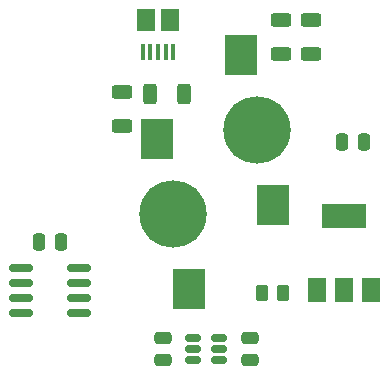
<source format=gtp>
%TF.GenerationSoftware,KiCad,Pcbnew,(6.0.2)*%
%TF.CreationDate,2022-12-08T21:29:48-08:00*%
%TF.ProjectId,touch_sensor_light,746f7563-685f-4736-956e-736f725f6c69,rev?*%
%TF.SameCoordinates,Original*%
%TF.FileFunction,Paste,Top*%
%TF.FilePolarity,Positive*%
%FSLAX46Y46*%
G04 Gerber Fmt 4.6, Leading zero omitted, Abs format (unit mm)*
G04 Created by KiCad (PCBNEW (6.0.2)) date 2022-12-08 21:29:48*
%MOMM*%
%LPD*%
G01*
G04 APERTURE LIST*
G04 Aperture macros list*
%AMRoundRect*
0 Rectangle with rounded corners*
0 $1 Rounding radius*
0 $2 $3 $4 $5 $6 $7 $8 $9 X,Y pos of 4 corners*
0 Add a 4 corners polygon primitive as box body*
4,1,4,$2,$3,$4,$5,$6,$7,$8,$9,$2,$3,0*
0 Add four circle primitives for the rounded corners*
1,1,$1+$1,$2,$3*
1,1,$1+$1,$4,$5*
1,1,$1+$1,$6,$7*
1,1,$1+$1,$8,$9*
0 Add four rect primitives between the rounded corners*
20,1,$1+$1,$2,$3,$4,$5,0*
20,1,$1+$1,$4,$5,$6,$7,0*
20,1,$1+$1,$6,$7,$8,$9,0*
20,1,$1+$1,$8,$9,$2,$3,0*%
G04 Aperture macros list end*
%ADD10RoundRect,0.250000X0.250000X0.475000X-0.250000X0.475000X-0.250000X-0.475000X0.250000X-0.475000X0*%
%ADD11R,1.500000X2.000000*%
%ADD12R,3.800000X2.000000*%
%ADD13RoundRect,0.250000X-0.625000X0.312500X-0.625000X-0.312500X0.625000X-0.312500X0.625000X0.312500X0*%
%ADD14RoundRect,0.250000X0.312500X0.625000X-0.312500X0.625000X-0.312500X-0.625000X0.312500X-0.625000X0*%
%ADD15RoundRect,0.150000X-0.825000X-0.150000X0.825000X-0.150000X0.825000X0.150000X-0.825000X0.150000X0*%
%ADD16R,0.400000X1.350000*%
%ADD17R,1.500000X1.900000*%
%ADD18R,2.700000X3.500000*%
%ADD19C,5.700000*%
%ADD20RoundRect,0.250000X-0.250000X-0.475000X0.250000X-0.475000X0.250000X0.475000X-0.250000X0.475000X0*%
%ADD21RoundRect,0.250000X-0.475000X0.250000X-0.475000X-0.250000X0.475000X-0.250000X0.475000X0.250000X0*%
%ADD22RoundRect,0.150000X-0.512500X-0.150000X0.512500X-0.150000X0.512500X0.150000X-0.512500X0.150000X0*%
%ADD23RoundRect,0.250000X-0.262500X-0.450000X0.262500X-0.450000X0.262500X0.450000X-0.262500X0.450000X0*%
%ADD24RoundRect,0.250000X0.475000X-0.250000X0.475000X0.250000X-0.475000X0.250000X-0.475000X-0.250000X0*%
G04 APERTURE END LIST*
D10*
%TO.C,C4*%
X136078000Y-59182000D03*
X134178000Y-59182000D03*
%TD*%
D11*
%TO.C,Q1*%
X132066000Y-71730000D03*
X134366000Y-71730000D03*
D12*
X134366000Y-65430000D03*
D11*
X136666000Y-71730000D03*
%TD*%
D13*
%TO.C,R1*%
X131572000Y-48829500D03*
X131572000Y-51754500D03*
%TD*%
D14*
%TO.C,R4*%
X120842500Y-55118000D03*
X117917500Y-55118000D03*
%TD*%
D15*
%TO.C,U1*%
X106999000Y-69850000D03*
X106999000Y-71120000D03*
X106999000Y-72390000D03*
X106999000Y-73660000D03*
X111949000Y-73660000D03*
X111949000Y-72390000D03*
X111949000Y-71120000D03*
X111949000Y-69850000D03*
%TD*%
D16*
%TO.C,J5*%
X119918000Y-51582500D03*
X119268000Y-51582500D03*
X118618000Y-51582500D03*
X117968000Y-51582500D03*
X117318000Y-51582500D03*
D17*
X119618000Y-48882500D03*
X117618000Y-48882500D03*
%TD*%
D18*
%TO.C,D1*%
X121238000Y-71628000D03*
X118538000Y-58928000D03*
D19*
X119888000Y-65278000D03*
%TD*%
D20*
%TO.C,C1*%
X108524000Y-67691000D03*
X110424000Y-67691000D03*
%TD*%
D21*
%TO.C,C3*%
X119075200Y-75758000D03*
X119075200Y-77658000D03*
%TD*%
D13*
%TO.C,R2*%
X115570000Y-54925500D03*
X115570000Y-57850500D03*
%TD*%
D18*
%TO.C,D2*%
X128350000Y-64516000D03*
X125650000Y-51816000D03*
D19*
X127000000Y-58166000D03*
%TD*%
D22*
%TO.C,U2*%
X121544500Y-75758000D03*
X121544500Y-76708000D03*
X121544500Y-77658000D03*
X123819500Y-77658000D03*
X123819500Y-76708000D03*
X123819500Y-75758000D03*
%TD*%
D23*
%TO.C,R3*%
X127408300Y-72009000D03*
X129233300Y-72009000D03*
%TD*%
D13*
%TO.C,R5*%
X129032000Y-48829500D03*
X129032000Y-51754500D03*
%TD*%
D24*
%TO.C,C2*%
X126441200Y-77658000D03*
X126441200Y-75758000D03*
%TD*%
M02*

</source>
